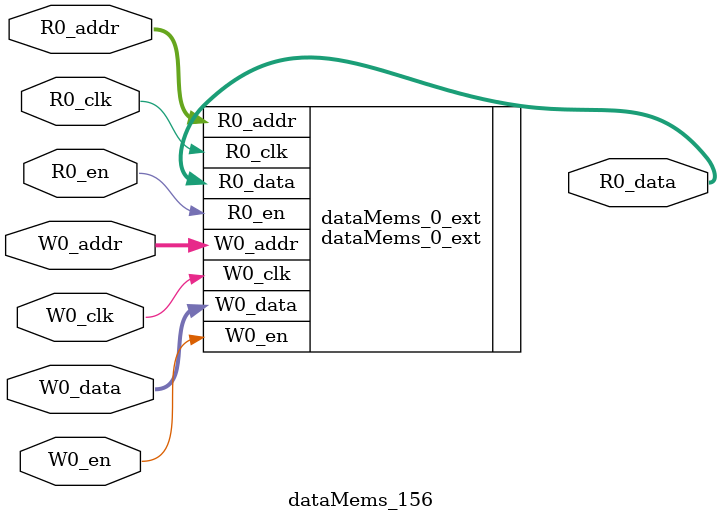
<source format=sv>
`ifndef RANDOMIZE
  `ifdef RANDOMIZE_REG_INIT
    `define RANDOMIZE
  `endif // RANDOMIZE_REG_INIT
`endif // not def RANDOMIZE
`ifndef RANDOMIZE
  `ifdef RANDOMIZE_MEM_INIT
    `define RANDOMIZE
  `endif // RANDOMIZE_MEM_INIT
`endif // not def RANDOMIZE

`ifndef RANDOM
  `define RANDOM $random
`endif // not def RANDOM

// Users can define 'PRINTF_COND' to add an extra gate to prints.
`ifndef PRINTF_COND_
  `ifdef PRINTF_COND
    `define PRINTF_COND_ (`PRINTF_COND)
  `else  // PRINTF_COND
    `define PRINTF_COND_ 1
  `endif // PRINTF_COND
`endif // not def PRINTF_COND_

// Users can define 'ASSERT_VERBOSE_COND' to add an extra gate to assert error printing.
`ifndef ASSERT_VERBOSE_COND_
  `ifdef ASSERT_VERBOSE_COND
    `define ASSERT_VERBOSE_COND_ (`ASSERT_VERBOSE_COND)
  `else  // ASSERT_VERBOSE_COND
    `define ASSERT_VERBOSE_COND_ 1
  `endif // ASSERT_VERBOSE_COND
`endif // not def ASSERT_VERBOSE_COND_

// Users can define 'STOP_COND' to add an extra gate to stop conditions.
`ifndef STOP_COND_
  `ifdef STOP_COND
    `define STOP_COND_ (`STOP_COND)
  `else  // STOP_COND
    `define STOP_COND_ 1
  `endif // STOP_COND
`endif // not def STOP_COND_

// Users can define INIT_RANDOM as general code that gets injected into the
// initializer block for modules with registers.
`ifndef INIT_RANDOM
  `define INIT_RANDOM
`endif // not def INIT_RANDOM

// If using random initialization, you can also define RANDOMIZE_DELAY to
// customize the delay used, otherwise 0.002 is used.
`ifndef RANDOMIZE_DELAY
  `define RANDOMIZE_DELAY 0.002
`endif // not def RANDOMIZE_DELAY

// Define INIT_RANDOM_PROLOG_ for use in our modules below.
`ifndef INIT_RANDOM_PROLOG_
  `ifdef RANDOMIZE
    `ifdef VERILATOR
      `define INIT_RANDOM_PROLOG_ `INIT_RANDOM
    `else  // VERILATOR
      `define INIT_RANDOM_PROLOG_ `INIT_RANDOM #`RANDOMIZE_DELAY begin end
    `endif // VERILATOR
  `else  // RANDOMIZE
    `define INIT_RANDOM_PROLOG_
  `endif // RANDOMIZE
`endif // not def INIT_RANDOM_PROLOG_

// Include register initializers in init blocks unless synthesis is set
`ifndef SYNTHESIS
  `ifndef ENABLE_INITIAL_REG_
    `define ENABLE_INITIAL_REG_
  `endif // not def ENABLE_INITIAL_REG_
`endif // not def SYNTHESIS

// Include rmemory initializers in init blocks unless synthesis is set
`ifndef SYNTHESIS
  `ifndef ENABLE_INITIAL_MEM_
    `define ENABLE_INITIAL_MEM_
  `endif // not def ENABLE_INITIAL_MEM_
`endif // not def SYNTHESIS

module dataMems_156(	// @[generators/ara/src/main/scala/UnsafeAXI4ToTL.scala:365:62]
  input  [4:0]   R0_addr,
  input          R0_en,
  input          R0_clk,
  output [130:0] R0_data,
  input  [4:0]   W0_addr,
  input          W0_en,
  input          W0_clk,
  input  [130:0] W0_data
);

  dataMems_0_ext dataMems_0_ext (	// @[generators/ara/src/main/scala/UnsafeAXI4ToTL.scala:365:62]
    .R0_addr (R0_addr),
    .R0_en   (R0_en),
    .R0_clk  (R0_clk),
    .R0_data (R0_data),
    .W0_addr (W0_addr),
    .W0_en   (W0_en),
    .W0_clk  (W0_clk),
    .W0_data (W0_data)
  );
endmodule


</source>
